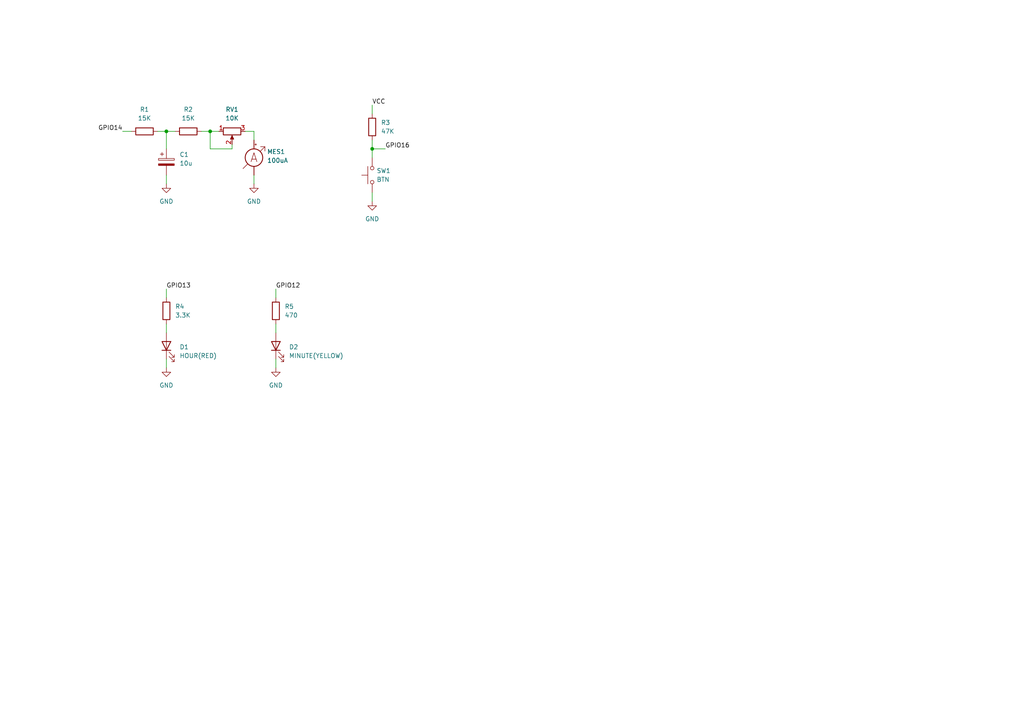
<source format=kicad_sch>
(kicad_sch (version 20211123) (generator eeschema)
  (paper "A4")
  (lib_symbols
    (symbol "Device:Ammeter_DC" (pin_numbers hide) (pin_names (offset 0.0254) hide)
      (property "Reference" "MES" (at -3.302 1.016 0))
      (property "Value" "Ammeter_DC" (at -3.302 -0.762 0))
      (symbol "Ammeter_DC_0_0"
        (polyline (pts (xy -3.175 -3.175) (xy -1.905 -1.905)))
        (polyline (pts (xy 1.905 1.905) (xy 3.175 3.175)))
        (polyline (pts (xy 1.905 3.175) (xy 3.175 3.175) (xy 3.175 1.905)))
        (text "A" (at 0 0 0) (effects (font (size 2.54 2.54))))
      )
      (symbol "Ammeter_DC_0_1"
        (polyline (pts (xy 0.254 3.81) (xy 0.762 3.81)))
        (polyline (pts (xy 0.508 4.064) (xy 0.508 3.556)))
        (circle (center 0 0) (radius 2.54) (stroke (width 0.254)))
      )
      (symbol "Ammeter_DC_1_1"
        (pin passive line (at 0 -5.08 90) (length 2.54) (name "-") (number "1"))
        (pin passive line (at 0 5.08 270) (length 2.54) (name "+") (number "2"))
      )
    )
    (symbol "Device:C_Polarized" (pin_numbers hide) (pin_names (offset 0.254))
      (property "Reference" "C" (at 0.635 2.54 0))
      (property "Value" "C_Polarized" (at 0.635 -2.54 0))
      (symbol "C_Polarized_0_1"
        (rectangle (start -2.286 0.508) (end 2.286 1.016))
        (polyline (pts (xy -1.778 2.286) (xy -0.762 2.286)))
        (polyline (pts (xy -1.27 2.794) (xy -1.27 1.778)))
        (rectangle (start 2.286 -0.508) (end -2.286 -1.016) (fill (type outline)))
      )
      (symbol "C_Polarized_1_1"
        (pin passive line (at 0 3.81 270) (length 2.794) (name "~") (number "1"))
        (pin passive line (at 0 -3.81 90) (length 2.794) (name "~") (number "2"))
      )
    )
    (symbol "Device:LED" (pin_numbers hide) (pin_names (offset 1.016) hide)
      (property "Reference" "D" (at 0 2.54 0))
      (property "Value" "LED" (at 0 -2.54 0))
      (symbol "LED_0_1"
        (polyline (pts (xy -1.27 -1.27) (xy -1.27 1.27)) (stroke (width 0.254)))
        (polyline (pts (xy -1.27 0) (xy 1.27 0)))
        (polyline (pts (xy 1.27 -1.27) (xy 1.27 1.27) (xy -1.27 0) (xy 1.27 -1.27)) (stroke (width 0.254)))
        (polyline (pts (xy -3.048 -0.762) (xy -4.572 -2.286) (xy -3.81 -2.286) (xy -4.572 -2.286) (xy -4.572 -1.524)))
        (polyline (pts (xy -1.778 -0.762) (xy -3.302 -2.286) (xy -2.54 -2.286) (xy -3.302 -2.286) (xy -3.302 -1.524)))
      )
      (symbol "LED_1_1"
        (pin passive line (at -3.81 0 0) (length 2.54) (name "K") (number "1"))
        (pin passive line (at 3.81 0 180) (length 2.54) (name "A") (number "2"))
      )
    )
    (symbol "Device:R" (pin_numbers hide) (pin_names (offset 0))
      (property "Reference" "R" (at 2.032 0 90))
      (property "Value" "R" (at 0 0 90))
      (symbol "R_0_1"
        (rectangle (start -1.016 -2.54) (end 1.016 2.54) (stroke (width 0.254)))
      )
      (symbol "R_1_1"
        (pin passive line (at 0 3.81 270) (length 1.27) (name "~") (number "1"))
        (pin passive line (at 0 -3.81 90) (length 1.27) (name "~") (number "2"))
      )
    )
    (symbol "Device:R_Potentiometer" (pin_names (offset 1.016) hide)
      (property "Reference" "RV" (at -4.445 0 90))
      (property "Value" "R_Potentiometer" (at -2.54 0 90))
      (symbol "R_Potentiometer_0_1"
        (polyline (pts (xy 2.54 0) (xy 1.524 0)))
        (polyline (pts (xy 1.143 0) (xy 2.286 0.508) (xy 2.286 -0.508) (xy 1.143 0)) (fill (type outline)))
        (rectangle (start 1.016 2.54) (end -1.016 -2.54) (stroke (width 0.254)))
      )
      (symbol "R_Potentiometer_1_1"
        (pin passive line (at 0 3.81 270) (length 1.27) (name "1") (number "1"))
        (pin passive line (at 3.81 0 180) (length 1.27) (name "2") (number "2"))
        (pin passive line (at 0 -3.81 90) (length 1.27) (name "3") (number "3"))
      )
    )
    (symbol "Switch:SW_Push" (pin_numbers hide) (pin_names (offset 1.016) hide)
      (property "Reference" "SW" (at 1.27 2.54 0))
      (property "Value" "SW_Push" (at 0 -1.524 0))
      (symbol "SW_Push_0_1"
        (circle (center -2.032 0) (radius 0.508))
        (polyline (pts (xy 0 1.27) (xy 0 3.048)))
        (polyline (pts (xy 2.54 1.27) (xy -2.54 1.27)))
        (circle (center 2.032 0) (radius 0.508))
        (pin passive line (at -5.08 0 0) (length 2.54) (name "1") (number "1"))
        (pin passive line (at 5.08 0 180) (length 2.54) (name "2") (number "2"))
      )
    )
    (symbol "power:GND" (power) (pin_names (offset 0))
      (property "Value" "GND" (at 0 -3.81 0))
      (symbol "GND_0_1"
        (polyline (pts (xy 0 0) (xy 0 -1.27) (xy 1.27 -1.27) (xy 0 -2.54) (xy -1.27 -1.27) (xy 0 -1.27)))
      )
      (symbol "GND_1_1"
        (pin power_in line (at 0 0 270) (length 0) hide (name "GND") (number "1"))
      )
    )
  )
  (junction (at 48.26 38.1))
  (junction (at 60.96 38.1))
  (junction (at 107.95 43.18))
  (wire (pts (xy 107.95 30.48) (xy 107.95 33.02)))
  (wire (pts (xy 80.01 83.82) (xy 80.01 86.36)))
  (wire (pts (xy 48.26 93.98) (xy 48.26 96.52)))
  (wire (pts (xy 60.96 38.1) (xy 60.96 43.18)))
  (wire (pts (xy 48.26 83.82) (xy 48.26 86.36)))
  (wire (pts (xy 48.26 104.14) (xy 48.26 106.68)))
  (wire (pts (xy 80.01 93.98) (xy 80.01 96.52)))
  (wire (pts (xy 58.42 38.1) (xy 60.96 38.1)))
  (wire (pts (xy 60.96 38.1) (xy 63.5 38.1)))
  (wire (pts (xy 48.26 38.1) (xy 48.26 43.18)))
  (wire (pts (xy 73.66 53.34) (xy 73.66 50.8)))
  (wire (pts (xy 107.95 55.88) (xy 107.95 58.42)))
  (wire (pts (xy 60.96 43.18) (xy 67.31 43.18)))
  (wire (pts (xy 107.95 43.18) (xy 111.76 43.18)))
  (wire (pts (xy 48.26 38.1) (xy 50.8 38.1)))
  (wire (pts (xy 35.56 38.1) (xy 38.1 38.1)))
  (wire (pts (xy 80.01 104.14) (xy 80.01 106.68)))
  (wire (pts (xy 67.31 41.91) (xy 67.31 43.18)))
  (wire (pts (xy 73.66 40.64) (xy 73.66 38.1)))
  (wire (pts (xy 107.95 43.18) (xy 107.95 45.72)))
  (wire (pts (xy 48.26 50.8) (xy 48.26 53.34)))
  (wire (pts (xy 107.95 40.64) (xy 107.95 43.18)))
  (wire (pts (xy 71.12 38.1) (xy 73.66 38.1)))
  (wire (pts (xy 45.72 38.1) (xy 48.26 38.1)))
  (label "GPIO13" (at 48.26 83.82 0))
  (label "GPIO14" (at 35.56 38.1 180))
  (label "GPIO12" (at 80.01 83.82 0))
  (label "GPIO16" (at 111.76 43.18 0))
  (label "VCC" (at 107.95 30.48 0))
  (symbol (lib_id "power:GND") (at 73.66 53.34 0) (unit 1)
    (property "Reference" "#PWR03" (effects hide))
    (property "Value" "GND" (at 73.66 58.42 0))
  )
  (symbol (lib_id "Device:LED") (at 48.26 100.33 90) (unit 1)
    (property "Reference" "D1" (at 52.07 100.6474 90) (effects (justify right)))
    (property "Value" "HOUR(RED)" (at 52.07 103.1874 90) (effects (justify right)))
  )
  (symbol (lib_id "power:GND") (at 48.26 53.34 0) (unit 1)
    (property "Reference" "#PWR01" (effects hide))
    (property "Value" "GND" (at 48.26 58.42 0))
  )
  (symbol (lib_id "power:GND") (at 48.26 106.68 0) (unit 1)
    (property "Reference" "#PWR02" (effects hide))
    (property "Value" "GND" (at 48.26 111.76 0))
  )
  (symbol (lib_id "Device:R_Potentiometer") (at 67.31 38.1 90) (mirror x) (unit 1)
    (property "Reference" "RV1" (at 67.31 31.75 90))
    (property "Value" "10K" (at 67.31 34.29 90))
  )
  (symbol (lib_id "Device:LED") (at 80.01 100.33 90) (unit 1)
    (property "Reference" "D2" (at 83.82 100.6474 90) (effects (justify right)))
    (property "Value" "MINUTE(YELLOW)" (at 83.82 103.1874 90) (effects (justify right)))
  )
  (symbol (lib_id "power:GND") (at 80.01 106.68 0) (unit 1)
    (property "Reference" "#PWR04" (effects hide))
    (property "Value" "GND" (at 80.01 111.76 0))
  )
  (symbol (lib_id "Device:R") (at 80.01 90.17 0) (unit 1)
    (property "Reference" "R5" (at 82.55 88.8999 0) (effects (justify left)))
    (property "Value" "470" (at 82.55 91.4399 0) (effects (justify left)))
  )
  (symbol (lib_id "Device:C_Polarized") (at 48.26 46.99 0) (unit 1)
    (property "Reference" "C1" (at 52.07 44.8309 0) (effects (justify left)))
    (property "Value" "10u" (at 52.07 47.3709 0) (effects (justify left)))
  )
  (symbol (lib_id "power:GND") (at 107.95 58.42 0) (unit 1)
    (property "Reference" "#PWR05" (effects hide))
    (property "Value" "GND" (at 107.95 63.5 0))
  )
  (symbol (lib_id "Device:R") (at 48.26 90.17 0) (unit 1)
    (property "Reference" "R4" (at 50.8 88.8999 0) (effects (justify left)))
    (property "Value" "3.3K" (at 50.8 91.4399 0) (effects (justify left)))
  )
  (symbol (lib_id "Switch:SW_Push") (at 107.95 50.8 90) (unit 1)
    (property "Reference" "SW1" (at 109.22 49.5299 90) (effects (justify right)))
    (property "Value" "BTN" (at 109.22 52.0699 90) (effects (justify right)))
  )
  (symbol (lib_id "Device:R") (at 41.91 38.1 90) (unit 1)
    (property "Reference" "R1" (at 41.91 31.75 90))
    (property "Value" "15K" (at 41.91 34.29 90))
  )
  (symbol (lib_id "Device:R") (at 107.95 36.83 0) (unit 1)
    (property "Reference" "R3" (at 110.49 35.5599 0) (effects (justify left)))
    (property "Value" "47K" (at 110.49 38.0999 0) (effects (justify left)))
  )
  (symbol (lib_id "Device:R") (at 54.61 38.1 90) (unit 1)
    (property "Reference" "R2" (at 54.61 31.75 90))
    (property "Value" "15K" (at 54.61 34.29 90))
  )
  (symbol (lib_id "Device:Ammeter_DC") (at 73.66 45.72 0) (unit 1)
    (property "Reference" "MES1" (at 77.47 44.0054 0) (effects (justify left)))
    (property "Value" "100uA" (at 77.47 46.5454 0) (effects (justify left)))
  )
)
</source>
